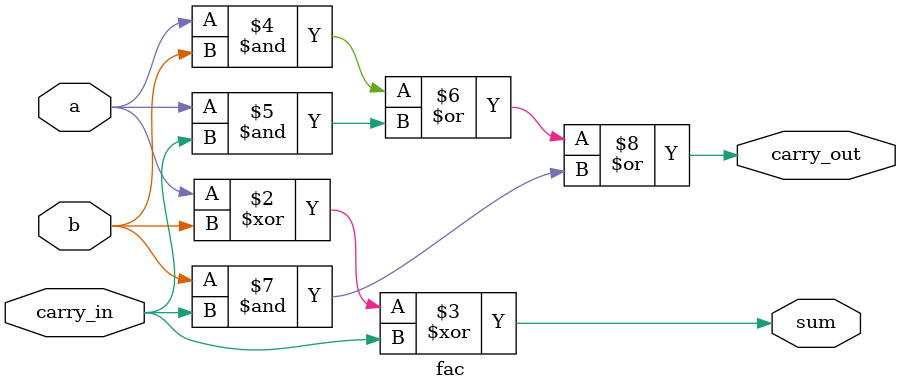
<source format=v>
module add2b(
    input wire [1:0] a,
    input wire [1:0] b,
    input wire carry_in,
    output wire [1:0] sum,
    output wire carry_out
);

wire carry;

fac f1(.a(a[0]), .b(b[0]), .carry_in(carry_in), .sum(sum[0]), .carry_out(carry));
fac f2(.a(a[1]), .b(b[1]), .carry_in(carry), .sum(sum[1]), .carry_out(carry_out));

endmodule

module fac_tb;

reg [1:0] a, b;
reg carry_in;

wire [1:0] sum;
wire carry_out;

add2b add2b_cut(
    .a(a),
    .b(b),
    .carry_in(carry_in),
    .sum(sum),
    .carry_out(carry_out)
);

integer i = 0;

initial begin

    // Print header for better output readability
    $display("a, b Cin | Sum Cout");
    $monitor("%b%b  %b%b  %b |  %b%b   %b", a[1], a[0], b[1], b[0], carry_in, sum[1], sum[0], carry_out);
    
    // Start simulation
    // 2^5 = 32

    for (i = 0; i < 32; i = i + 1) begin
        {a, b, carry_in} = i;
        #10;
    end

    // Finish simulation
    $finish;

end

endmodule

module fac(
    input wire a, b, carry_in,
    output wire sum, carry_out
);

    assign sum = a ^ b ^ carry_in;
    assign carry_out = (a & b) | (a & carry_in) | (b & carry_in);

endmodule
</source>
